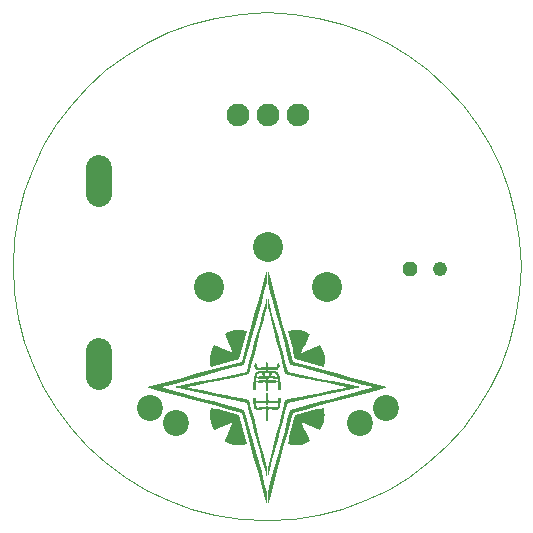
<source format=gts>
G04 EAGLE Gerber RS-274X export*
G75*
%MOMM*%
%FSLAX34Y34*%
%LPD*%
%INSolder Mask top*%
%IPPOS*%
%AMOC8*
5,1,8,0,0,1.08239X$1,22.5*%
G01*
%ADD10C,0.001000*%
%ADD11C,2.540000*%
%ADD12C,2.200000*%
%ADD13C,2.200000*%
%ADD14C,1.930400*%
%ADD15P,1.319650X8X202.500000*%
%ADD16C,1.219200*%

G36*
X240712Y38055D02*
X240712Y38055D01*
X240714Y38057D01*
X240714Y49293D01*
X240713Y49294D01*
X240714Y49294D01*
X238518Y57239D01*
X236086Y66039D01*
X233654Y74839D01*
X231222Y83639D01*
X228790Y92438D01*
X226358Y101238D01*
X223926Y110038D01*
X221494Y118838D01*
X221492Y118840D01*
X221491Y118841D01*
X212651Y121230D01*
X203811Y123619D01*
X194971Y126007D01*
X186131Y128396D01*
X177291Y130785D01*
X168451Y133174D01*
X159610Y135563D01*
X150785Y137947D01*
X159610Y140360D01*
X168451Y142777D01*
X177291Y145194D01*
X186131Y147611D01*
X194971Y150028D01*
X203811Y152446D01*
X212651Y154863D01*
X221491Y157280D01*
X221493Y157282D01*
X221494Y157282D01*
X223926Y166039D01*
X226358Y174795D01*
X228790Y183551D01*
X231222Y192307D01*
X236086Y209819D01*
X238518Y218575D01*
X240714Y226480D01*
X240713Y226480D01*
X240714Y226481D01*
X240714Y237718D01*
X240712Y237720D01*
X240711Y237722D01*
X240711Y237721D01*
X240710Y237722D01*
X240708Y237720D01*
X240706Y237719D01*
X238216Y228724D01*
X235490Y218875D01*
X232764Y209026D01*
X230038Y199177D01*
X227312Y189328D01*
X224586Y179479D01*
X221860Y169630D01*
X219135Y159783D01*
X209171Y157054D01*
X199204Y154325D01*
X189238Y151596D01*
X179272Y148867D01*
X169305Y146138D01*
X159339Y143409D01*
X149372Y140680D01*
X139406Y137951D01*
X139405Y137950D01*
X139403Y137949D01*
X139404Y137948D01*
X139403Y137947D01*
X139405Y137945D01*
X139406Y137943D01*
X149372Y135254D01*
X159339Y132565D01*
X169305Y129876D01*
X179271Y127187D01*
X189238Y124497D01*
X199204Y121808D01*
X209170Y119119D01*
X219134Y116431D01*
X221860Y106528D01*
X224586Y96624D01*
X227312Y86719D01*
X230038Y76815D01*
X232764Y66910D01*
X235490Y57006D01*
X238216Y47101D01*
X240706Y38055D01*
X240708Y38054D01*
X240709Y38052D01*
X240710Y38053D01*
X240710Y38052D01*
X240712Y38055D01*
G37*
G36*
X241191Y38081D02*
X241191Y38081D01*
X241194Y38082D01*
X243676Y47101D01*
X246402Y57006D01*
X249128Y66910D01*
X251854Y76815D01*
X254581Y86719D01*
X257307Y96624D01*
X260033Y106528D01*
X262758Y116431D01*
X272722Y119119D01*
X282688Y121808D01*
X292655Y124497D01*
X302621Y127187D01*
X312587Y129876D01*
X322554Y132565D01*
X332520Y135254D01*
X342486Y137943D01*
X342487Y137945D01*
X342489Y137945D01*
X342489Y137947D01*
X342489Y137948D01*
X342487Y137949D01*
X342486Y137951D01*
X332520Y140680D01*
X322554Y143409D01*
X312587Y146138D01*
X302621Y148867D01*
X292654Y151596D01*
X282688Y154325D01*
X272721Y157054D01*
X262757Y159783D01*
X260032Y169630D01*
X257306Y179479D01*
X254580Y189328D01*
X251854Y199177D01*
X249128Y209026D01*
X246402Y218875D01*
X243676Y228724D01*
X241194Y237692D01*
X241192Y237693D01*
X241190Y237695D01*
X241189Y237695D01*
X241188Y237693D01*
X241186Y237691D01*
X241186Y226454D01*
X241186Y226453D01*
X243374Y218575D01*
X245806Y209819D01*
X248238Y201063D01*
X250670Y192307D01*
X253102Y183551D01*
X255534Y174795D01*
X257966Y166039D01*
X260398Y157282D01*
X260400Y157281D01*
X260401Y157280D01*
X269241Y154863D01*
X278081Y152446D01*
X286921Y150028D01*
X295761Y147611D01*
X304601Y145194D01*
X313442Y142777D01*
X322282Y140360D01*
X331107Y137947D01*
X322282Y135563D01*
X313442Y133174D01*
X304602Y130785D01*
X295761Y128396D01*
X286921Y126007D01*
X278081Y123619D01*
X269241Y121230D01*
X260401Y118841D01*
X260400Y118839D01*
X260398Y118838D01*
X257966Y110038D01*
X255534Y101238D01*
X253102Y92438D01*
X250670Y83639D01*
X248238Y74839D01*
X245806Y66039D01*
X243374Y57239D01*
X241186Y49321D01*
X241186Y49320D01*
X241186Y38084D01*
X241187Y38082D01*
X241188Y38080D01*
X241189Y38080D01*
X241189Y38079D01*
X241191Y38081D01*
G37*
G36*
X240712Y61605D02*
X240712Y61605D01*
X240714Y61606D01*
X240714Y69636D01*
X240713Y69636D01*
X240714Y69637D01*
X239028Y76057D01*
X237106Y83378D01*
X235184Y90699D01*
X233262Y98020D01*
X231340Y105341D01*
X229418Y112662D01*
X227496Y119982D01*
X225574Y127303D01*
X225572Y127305D01*
X225571Y127306D01*
X218901Y128637D01*
X212232Y129968D01*
X205562Y131298D01*
X198893Y132629D01*
X192223Y133959D01*
X185553Y135290D01*
X178884Y136621D01*
X172235Y137947D01*
X178884Y139317D01*
X185553Y140690D01*
X192223Y142064D01*
X198893Y143437D01*
X205562Y144811D01*
X212232Y146185D01*
X218901Y147558D01*
X225571Y148932D01*
X225573Y148934D01*
X225574Y148935D01*
X227496Y156197D01*
X229418Y163460D01*
X231340Y170722D01*
X233262Y177984D01*
X235184Y185247D01*
X237106Y192509D01*
X239028Y199772D01*
X240714Y206141D01*
X240713Y206142D01*
X240714Y206142D01*
X240714Y214172D01*
X240712Y214174D01*
X240711Y214176D01*
X240710Y214176D01*
X240708Y214174D01*
X240706Y214173D01*
X238776Y207069D01*
X236610Y199094D01*
X234444Y191120D01*
X232278Y183145D01*
X230112Y175171D01*
X227946Y167196D01*
X225780Y159222D01*
X223615Y151250D01*
X215874Y149588D01*
X208130Y147925D01*
X200386Y146263D01*
X192643Y144601D01*
X184899Y142938D01*
X177155Y141276D01*
X169411Y139614D01*
X161667Y137951D01*
X161666Y137950D01*
X161664Y137948D01*
X161665Y137948D01*
X161664Y137947D01*
X161666Y137945D01*
X161667Y137943D01*
X169411Y136335D01*
X177155Y134728D01*
X184899Y133120D01*
X192643Y131512D01*
X200386Y129905D01*
X208130Y128297D01*
X215874Y126689D01*
X223615Y125082D01*
X225780Y117040D01*
X227946Y108996D01*
X230112Y100951D01*
X232278Y92906D01*
X234444Y84862D01*
X236610Y76817D01*
X238776Y68772D01*
X240706Y61605D01*
X240708Y61604D01*
X240709Y61602D01*
X240710Y61603D01*
X240710Y61602D01*
X240712Y61605D01*
G37*
G36*
X241192Y61632D02*
X241192Y61632D01*
X241194Y61633D01*
X243116Y68772D01*
X245282Y76817D01*
X247448Y84862D01*
X249614Y92906D01*
X251780Y100951D01*
X253946Y108996D01*
X256112Y117040D01*
X258277Y125082D01*
X266018Y126689D01*
X273762Y128297D01*
X281506Y129905D01*
X289250Y131512D01*
X296993Y133120D01*
X304737Y134728D01*
X312481Y136335D01*
X320225Y137943D01*
X320226Y137945D01*
X320228Y137946D01*
X320228Y137947D01*
X320226Y137949D01*
X320225Y137951D01*
X312481Y139614D01*
X304737Y141276D01*
X296993Y142938D01*
X289250Y144601D01*
X281506Y146263D01*
X273762Y147925D01*
X266018Y149588D01*
X258277Y151250D01*
X256112Y159222D01*
X253946Y167196D01*
X251780Y175171D01*
X249614Y183145D01*
X247448Y191120D01*
X245282Y199094D01*
X243116Y207069D01*
X241194Y214146D01*
X241192Y214147D01*
X241190Y214149D01*
X241190Y214148D01*
X241189Y214149D01*
X241188Y214146D01*
X241186Y214145D01*
X241186Y206114D01*
X241186Y206113D01*
X242864Y199772D01*
X244786Y192509D01*
X246708Y185247D01*
X248630Y177984D01*
X250552Y170722D01*
X252474Y163460D01*
X254396Y156197D01*
X256318Y148935D01*
X256321Y148933D01*
X256321Y148932D01*
X262991Y147558D01*
X269661Y146185D01*
X276330Y144811D01*
X283000Y143437D01*
X289669Y142064D01*
X296339Y140690D01*
X303008Y139317D01*
X309657Y137947D01*
X303008Y136621D01*
X296339Y135290D01*
X289669Y133959D01*
X283000Y132629D01*
X276330Y131298D01*
X269661Y129968D01*
X262991Y128637D01*
X256321Y127306D01*
X256320Y127304D01*
X256318Y127303D01*
X254396Y119982D01*
X252474Y112662D01*
X250552Y105341D01*
X248630Y98020D01*
X246708Y90699D01*
X244786Y83378D01*
X242864Y76057D01*
X241186Y69665D01*
X241186Y69664D01*
X241186Y61634D01*
X241187Y61632D01*
X241188Y61630D01*
X241189Y61630D01*
X241192Y61632D01*
G37*
G36*
X265927Y89115D02*
X265927Y89115D01*
X269153Y89468D01*
X269154Y89468D01*
X271869Y90148D01*
X274040Y90980D01*
X274040Y90981D01*
X275633Y91791D01*
X276613Y92405D01*
X276947Y92649D01*
X276948Y92653D01*
X276949Y92654D01*
X276045Y94695D01*
X275141Y96737D01*
X274237Y98778D01*
X273333Y100819D01*
X272430Y102861D01*
X271526Y104902D01*
X270622Y106943D01*
X269722Y108975D01*
X271718Y108075D01*
X273725Y107171D01*
X275731Y106268D01*
X277737Y105364D01*
X279743Y104460D01*
X281749Y103556D01*
X283755Y102652D01*
X285761Y101748D01*
X285767Y101750D01*
X287606Y105355D01*
X288725Y108823D01*
X288726Y108826D01*
X288726Y108830D01*
X288727Y108834D01*
X288728Y108838D01*
X288729Y108843D01*
X288729Y108847D01*
X288741Y108919D01*
X288742Y108919D01*
X288742Y108923D01*
X288743Y108928D01*
X288744Y108932D01*
X288744Y108936D01*
X288745Y108940D01*
X288746Y108945D01*
X288747Y108949D01*
X288747Y108953D01*
X288748Y108957D01*
X288749Y108962D01*
X288749Y108966D01*
X288750Y108970D01*
X288751Y108974D01*
X288752Y108979D01*
X288752Y108983D01*
X288765Y109059D01*
X288766Y109064D01*
X288767Y109068D01*
X288767Y109072D01*
X288768Y109076D01*
X288769Y109081D01*
X288769Y109085D01*
X288770Y109085D01*
X288769Y109085D01*
X288770Y109089D01*
X288771Y109093D01*
X288772Y109098D01*
X288772Y109102D01*
X288773Y109106D01*
X288774Y109110D01*
X288775Y109115D01*
X288775Y109119D01*
X288776Y109123D01*
X288789Y109200D01*
X288790Y109204D01*
X288790Y109208D01*
X288791Y109212D01*
X288792Y109217D01*
X288792Y109221D01*
X288793Y109225D01*
X288794Y109229D01*
X288795Y109234D01*
X288795Y109238D01*
X288796Y109242D01*
X288797Y109246D01*
X288797Y109251D01*
X288798Y109251D01*
X288797Y109251D01*
X288798Y109255D01*
X288799Y109259D01*
X288800Y109263D01*
X288812Y109336D01*
X288813Y109340D01*
X288813Y109344D01*
X288814Y109348D01*
X288815Y109353D01*
X288815Y109357D01*
X288816Y109361D01*
X288817Y109365D01*
X288818Y109370D01*
X288818Y109374D01*
X288819Y109378D01*
X288820Y109382D01*
X288820Y109387D01*
X288821Y109391D01*
X288822Y109395D01*
X288823Y109399D01*
X288836Y109476D01*
X288836Y109480D01*
X288837Y109484D01*
X288838Y109489D01*
X288838Y109493D01*
X288839Y109497D01*
X288840Y109501D01*
X288841Y109506D01*
X288841Y109510D01*
X288842Y109514D01*
X288843Y109518D01*
X288843Y109523D01*
X288844Y109527D01*
X288845Y109531D01*
X288846Y109535D01*
X288846Y109540D01*
X288859Y109616D01*
X288860Y109620D01*
X288861Y109625D01*
X288861Y109629D01*
X288862Y109633D01*
X288863Y109637D01*
X288864Y109642D01*
X288864Y109646D01*
X288865Y109650D01*
X288866Y109654D01*
X288866Y109659D01*
X288867Y109663D01*
X288868Y109667D01*
X288869Y109671D01*
X288869Y109676D01*
X288870Y109680D01*
X288882Y109752D01*
X288883Y109756D01*
X288884Y109761D01*
X288884Y109765D01*
X288885Y109769D01*
X288886Y109773D01*
X288886Y109778D01*
X288887Y109778D01*
X288886Y109778D01*
X288887Y109782D01*
X288888Y109786D01*
X288889Y109790D01*
X288889Y109795D01*
X288890Y109799D01*
X288891Y109803D01*
X288892Y109807D01*
X288892Y109812D01*
X288893Y109816D01*
X288906Y109892D01*
X288907Y109897D01*
X288907Y109901D01*
X288908Y109905D01*
X288909Y109909D01*
X288909Y109914D01*
X288910Y109918D01*
X288911Y109922D01*
X288912Y109926D01*
X288912Y109931D01*
X288913Y109935D01*
X288914Y109939D01*
X288914Y109943D01*
X288915Y109943D01*
X288914Y109943D01*
X288915Y109948D01*
X288916Y109952D01*
X288917Y109956D01*
X288930Y110033D01*
X288930Y110037D01*
X288931Y110041D01*
X288932Y110045D01*
X288932Y110050D01*
X288933Y110054D01*
X288934Y110058D01*
X288935Y110062D01*
X288935Y110067D01*
X288936Y110071D01*
X288937Y110075D01*
X288937Y110079D01*
X288938Y110084D01*
X288939Y110088D01*
X288940Y110092D01*
X288940Y110096D01*
X288953Y110169D01*
X288953Y110173D01*
X288954Y110177D01*
X288955Y110181D01*
X288955Y110186D01*
X288956Y110190D01*
X288957Y110194D01*
X288958Y110198D01*
X288958Y110203D01*
X288959Y110207D01*
X288960Y110211D01*
X288960Y110215D01*
X288961Y110220D01*
X288962Y110224D01*
X288963Y110228D01*
X288963Y110232D01*
X288976Y110309D01*
X288977Y110313D01*
X288978Y110317D01*
X288978Y110322D01*
X288979Y110326D01*
X288980Y110330D01*
X288981Y110334D01*
X288981Y110339D01*
X288982Y110343D01*
X288983Y110347D01*
X288983Y110351D01*
X288984Y110356D01*
X288985Y110360D01*
X288986Y110364D01*
X288986Y110368D01*
X288987Y110373D01*
X289000Y110449D01*
X289001Y110453D01*
X289001Y110458D01*
X289002Y110462D01*
X289003Y110466D01*
X289003Y110470D01*
X289004Y110470D01*
X289003Y110470D01*
X289004Y110475D01*
X289005Y110479D01*
X289006Y110483D01*
X289006Y110487D01*
X289007Y110492D01*
X289008Y110496D01*
X289009Y110500D01*
X289009Y110504D01*
X289010Y110509D01*
X289011Y110513D01*
X289023Y110585D01*
X289024Y110589D01*
X289024Y110594D01*
X289025Y110598D01*
X289026Y110602D01*
X289026Y110606D01*
X289027Y110611D01*
X289028Y110615D01*
X289029Y110619D01*
X289029Y110623D01*
X289030Y110628D01*
X289031Y110632D01*
X289031Y110636D01*
X289032Y110636D01*
X289031Y110636D01*
X289032Y110640D01*
X289033Y110645D01*
X289034Y110649D01*
X289047Y110725D01*
X289047Y110730D01*
X289048Y110734D01*
X289049Y110738D01*
X289049Y110742D01*
X289050Y110747D01*
X289051Y110751D01*
X289052Y110755D01*
X289052Y110759D01*
X289053Y110764D01*
X289054Y110768D01*
X289054Y110772D01*
X289055Y110776D01*
X289056Y110781D01*
X289057Y110785D01*
X289057Y110789D01*
X289070Y110866D01*
X289071Y110870D01*
X289072Y110874D01*
X289072Y110878D01*
X289073Y110883D01*
X289074Y110887D01*
X289075Y110891D01*
X289075Y110895D01*
X289076Y110900D01*
X289077Y110904D01*
X289077Y110908D01*
X289078Y110912D01*
X289079Y110917D01*
X289080Y110921D01*
X289080Y110925D01*
X289081Y110929D01*
X289093Y111002D01*
X289094Y111006D01*
X289095Y111010D01*
X289095Y111014D01*
X289096Y111019D01*
X289097Y111023D01*
X289098Y111027D01*
X289098Y111031D01*
X289099Y111036D01*
X289100Y111040D01*
X289100Y111044D01*
X289101Y111048D01*
X289102Y111053D01*
X289103Y111057D01*
X289103Y111061D01*
X289104Y111065D01*
X289117Y111142D01*
X289118Y111146D01*
X289118Y111150D01*
X289119Y111155D01*
X289120Y111159D01*
X289120Y111163D01*
X289121Y111163D01*
X289120Y111163D01*
X289121Y111167D01*
X289122Y111172D01*
X289123Y111176D01*
X289123Y111180D01*
X289124Y111184D01*
X289125Y111189D01*
X289126Y111193D01*
X289126Y111197D01*
X289127Y111201D01*
X289128Y111206D01*
X289141Y111282D01*
X289141Y111286D01*
X289142Y111291D01*
X289143Y111295D01*
X289143Y111299D01*
X289144Y111303D01*
X289145Y111308D01*
X289146Y111312D01*
X289146Y111316D01*
X289147Y111320D01*
X289148Y111325D01*
X289148Y111329D01*
X289149Y111329D01*
X289148Y111329D01*
X289149Y111333D01*
X289150Y111337D01*
X289151Y111342D01*
X289164Y111418D01*
X289164Y111422D01*
X289165Y111427D01*
X289166Y111431D01*
X289166Y111435D01*
X289167Y111439D01*
X289168Y111444D01*
X289169Y111448D01*
X289169Y111452D01*
X289170Y111456D01*
X289171Y111461D01*
X289171Y111465D01*
X289172Y111469D01*
X289173Y111473D01*
X289174Y111478D01*
X289174Y111482D01*
X289187Y111558D01*
X289188Y111563D01*
X289189Y111567D01*
X289189Y111571D01*
X289190Y111575D01*
X289191Y111580D01*
X289192Y111584D01*
X289192Y111588D01*
X289193Y111592D01*
X289194Y111597D01*
X289194Y111601D01*
X289195Y111605D01*
X289196Y111609D01*
X289197Y111614D01*
X289197Y111618D01*
X289198Y111622D01*
X289211Y111699D01*
X289212Y111703D01*
X289212Y111707D01*
X289213Y111711D01*
X289214Y111716D01*
X289215Y111720D01*
X289215Y111724D01*
X289216Y111728D01*
X289217Y111733D01*
X289217Y111737D01*
X289218Y111741D01*
X289219Y111745D01*
X289220Y111750D01*
X289220Y111754D01*
X289221Y111758D01*
X289234Y111835D01*
X289235Y111839D01*
X289235Y111843D01*
X289236Y111847D01*
X289237Y111852D01*
X289237Y111856D01*
X289238Y111856D01*
X289237Y111856D01*
X289238Y111860D01*
X289239Y111864D01*
X289240Y111869D01*
X289240Y111873D01*
X289241Y111877D01*
X289242Y111881D01*
X289243Y111886D01*
X289243Y111890D01*
X289244Y111894D01*
X289245Y111898D01*
X289258Y111975D01*
X289258Y111979D01*
X289259Y111983D01*
X289260Y111988D01*
X289260Y111992D01*
X289261Y111996D01*
X289262Y112000D01*
X289263Y112005D01*
X289263Y112009D01*
X289264Y112013D01*
X289265Y112017D01*
X289265Y112022D01*
X289266Y112022D01*
X289265Y112022D01*
X289266Y112026D01*
X289267Y112030D01*
X289268Y112034D01*
X289268Y112039D01*
X289270Y112048D01*
X289387Y114924D01*
X289223Y117345D01*
X289223Y117346D01*
X288924Y119206D01*
X288924Y119207D01*
X288637Y120401D01*
X288509Y120822D01*
X288504Y120825D01*
X285538Y120025D01*
X282571Y119224D01*
X279605Y118423D01*
X276638Y117623D01*
X273672Y116822D01*
X270705Y116021D01*
X267739Y115221D01*
X264772Y114420D01*
X264771Y114418D01*
X264769Y114417D01*
X263932Y111376D01*
X263095Y108335D01*
X262258Y105295D01*
X261421Y102254D01*
X260585Y99213D01*
X259748Y96173D01*
X258911Y93132D01*
X258074Y90091D01*
X258076Y90086D01*
X258077Y90086D01*
X262223Y89263D01*
X262224Y89263D01*
X262224Y89262D01*
X265927Y89115D01*
X265927Y89115D01*
G37*
G36*
X219669Y89263D02*
X219669Y89263D01*
X223815Y90086D01*
X223819Y90090D01*
X223818Y90091D01*
X223819Y90091D01*
X222982Y93132D01*
X222145Y96173D01*
X221308Y99213D01*
X220471Y102254D01*
X219634Y105295D01*
X218797Y108336D01*
X217960Y111376D01*
X217123Y114417D01*
X217121Y114419D01*
X217120Y114420D01*
X214154Y115221D01*
X211187Y116021D01*
X208221Y116822D01*
X205254Y117623D01*
X202288Y118423D01*
X199321Y119224D01*
X196355Y120025D01*
X193388Y120825D01*
X193383Y120823D01*
X193383Y120822D01*
X193255Y120401D01*
X192968Y119207D01*
X192670Y117346D01*
X192505Y114924D01*
X192506Y114924D01*
X192505Y114924D01*
X192622Y112048D01*
X192623Y112048D01*
X192622Y112048D01*
X193167Y108823D01*
X194286Y105355D01*
X196126Y101750D01*
X196131Y101748D01*
X196131Y101749D01*
X196131Y101748D01*
X198137Y102652D01*
X200143Y103556D01*
X202149Y104460D01*
X204156Y105364D01*
X206162Y106268D01*
X208168Y107172D01*
X210174Y108075D01*
X212170Y108975D01*
X211271Y106944D01*
X210367Y104902D01*
X209463Y102861D01*
X208559Y100820D01*
X207655Y98778D01*
X206751Y96737D01*
X205847Y94695D01*
X204944Y92654D01*
X204945Y92650D01*
X204945Y92649D01*
X205279Y92405D01*
X205279Y92406D01*
X205279Y92405D01*
X206260Y91791D01*
X207852Y90981D01*
X210023Y90148D01*
X210024Y90148D01*
X212739Y89468D01*
X215965Y89115D01*
X215966Y89115D01*
X219669Y89263D01*
G37*
G36*
X193034Y155199D02*
X193034Y155199D01*
X193035Y155198D01*
X196045Y156023D01*
X199056Y156847D01*
X202067Y157672D01*
X205078Y158496D01*
X208089Y159320D01*
X211099Y160145D01*
X214110Y160969D01*
X217121Y161794D01*
X217123Y161796D01*
X217124Y161797D01*
X217948Y164774D01*
X218772Y167752D01*
X219597Y170730D01*
X220421Y173708D01*
X221245Y176685D01*
X222069Y179663D01*
X222893Y182641D01*
X223717Y185619D01*
X223717Y185620D01*
X223715Y185624D01*
X223714Y185624D01*
X219572Y186450D01*
X219572Y186449D01*
X219572Y186450D01*
X215880Y186604D01*
X212670Y186260D01*
X212669Y186260D01*
X209973Y185591D01*
X209972Y185591D01*
X207820Y184769D01*
X206244Y183968D01*
X206244Y183967D01*
X206244Y183968D01*
X205275Y183360D01*
X204945Y183119D01*
X204944Y183115D01*
X204944Y183114D01*
X205847Y181072D01*
X206751Y179031D01*
X207655Y176990D01*
X208559Y174948D01*
X209463Y172907D01*
X210367Y170866D01*
X211271Y168824D01*
X212170Y166793D01*
X210174Y167692D01*
X208168Y168596D01*
X206162Y169500D01*
X204156Y170404D01*
X202149Y171308D01*
X200143Y172212D01*
X198137Y173115D01*
X196131Y174019D01*
X196126Y174018D01*
X196126Y174017D01*
X194271Y170424D01*
X193112Y166985D01*
X192511Y163801D01*
X192510Y163801D01*
X192511Y163801D01*
X192510Y163801D01*
X192496Y163580D01*
X192474Y163231D01*
X192462Y163048D01*
X192440Y162700D01*
X192417Y162351D01*
X192395Y162003D01*
X192383Y161820D01*
X192361Y161472D01*
X192338Y161123D01*
X192329Y160972D01*
X192329Y160971D01*
X192428Y158597D01*
X192670Y156777D01*
X192916Y155612D01*
X192917Y155612D01*
X192916Y155612D01*
X193029Y155201D01*
X193034Y155198D01*
X193034Y155199D01*
G37*
G36*
X288863Y155201D02*
X288863Y155201D01*
X288976Y155612D01*
X289223Y156777D01*
X289222Y156777D01*
X289223Y156777D01*
X289465Y158597D01*
X289464Y158597D01*
X289465Y158597D01*
X289564Y160971D01*
X289564Y160972D01*
X289382Y163801D01*
X288781Y166985D01*
X288780Y166985D01*
X287622Y170424D01*
X287621Y170424D01*
X285767Y174018D01*
X285762Y174020D01*
X285761Y174019D01*
X283755Y173116D01*
X281749Y172212D01*
X279743Y171308D01*
X277737Y170404D01*
X275731Y169500D01*
X273725Y168596D01*
X271718Y167692D01*
X269722Y166793D01*
X270622Y168824D01*
X271526Y170866D01*
X272430Y172907D01*
X273333Y174948D01*
X274237Y176990D01*
X275141Y179031D01*
X276045Y181072D01*
X276949Y183114D01*
X276948Y183118D01*
X276947Y183119D01*
X276618Y183360D01*
X276617Y183360D01*
X275649Y183968D01*
X275648Y183968D01*
X274072Y184769D01*
X271920Y185591D01*
X271919Y185591D01*
X269223Y186260D01*
X269222Y186260D01*
X266013Y186604D01*
X266012Y186604D01*
X262321Y186450D01*
X262320Y186450D01*
X258179Y185624D01*
X258178Y185624D01*
X258176Y185622D01*
X258175Y185620D01*
X258175Y185619D01*
X258999Y182641D01*
X259823Y179663D01*
X260648Y176686D01*
X261472Y173708D01*
X262296Y170730D01*
X263120Y167752D01*
X263944Y164775D01*
X264768Y161797D01*
X264771Y161795D01*
X264771Y161794D01*
X267782Y160969D01*
X270793Y160145D01*
X273804Y159321D01*
X276815Y158496D01*
X279825Y157672D01*
X282836Y156847D01*
X285847Y156023D01*
X288858Y155198D01*
X288863Y155201D01*
G37*
G36*
X240444Y135068D02*
X240444Y135068D01*
X240443Y135068D01*
X240444Y135069D01*
X240444Y147496D01*
X240440Y147501D01*
X240440Y147500D01*
X240439Y147501D01*
X240395Y147500D01*
X240253Y147500D01*
X240183Y147501D01*
X240112Y147501D01*
X239760Y147506D01*
X239495Y147522D01*
X239303Y147562D01*
X239170Y147638D01*
X239082Y147761D01*
X239025Y147947D01*
X238986Y148206D01*
X238951Y148551D01*
X238904Y149087D01*
X238890Y149490D01*
X238926Y149777D01*
X239029Y149967D01*
X239217Y150079D01*
X239507Y150131D01*
X239919Y150141D01*
X240439Y150127D01*
X240444Y150131D01*
X240443Y150131D01*
X240444Y150131D01*
X240444Y159105D01*
X240440Y159109D01*
X240439Y159109D01*
X240422Y159109D01*
X240422Y159108D01*
X240421Y159109D01*
X240239Y159066D01*
X240238Y159065D01*
X240238Y159066D01*
X240079Y158986D01*
X240079Y158985D01*
X240078Y158985D01*
X239941Y158868D01*
X239941Y158867D01*
X239940Y158867D01*
X239825Y158711D01*
X239825Y158710D01*
X239824Y158710D01*
X239729Y158515D01*
X239652Y158280D01*
X239652Y158279D01*
X239593Y158004D01*
X239548Y157685D01*
X239517Y157366D01*
X239498Y157047D01*
X239499Y157047D01*
X239498Y157047D01*
X239490Y156727D01*
X239489Y156408D01*
X239492Y156088D01*
X239498Y155768D01*
X239504Y155449D01*
X239504Y155341D01*
X239496Y155244D01*
X239479Y155159D01*
X239447Y155087D01*
X239398Y155030D01*
X239328Y154986D01*
X239232Y154959D01*
X239107Y154949D01*
X238398Y154939D01*
X238397Y154939D01*
X237688Y154916D01*
X236980Y154884D01*
X236272Y154846D01*
X235563Y154803D01*
X234855Y154759D01*
X234147Y154717D01*
X233439Y154678D01*
X233218Y154687D01*
X233008Y154736D01*
X232813Y154821D01*
X232638Y154939D01*
X232487Y155086D01*
X232363Y155258D01*
X232272Y155454D01*
X232216Y155669D01*
X232180Y155904D01*
X232149Y156141D01*
X232122Y156379D01*
X232097Y156617D01*
X232072Y156855D01*
X232045Y157092D01*
X232014Y157329D01*
X231978Y157565D01*
X231953Y157706D01*
X231953Y157707D01*
X231920Y157848D01*
X231875Y157984D01*
X231815Y158109D01*
X231815Y158110D01*
X231736Y158218D01*
X231735Y158218D01*
X231735Y158219D01*
X231632Y158306D01*
X231631Y158306D01*
X231501Y158366D01*
X231500Y158366D01*
X231339Y158394D01*
X231339Y158393D01*
X231338Y158394D01*
X231151Y158391D01*
X231150Y158391D01*
X230971Y158363D01*
X230804Y158311D01*
X230803Y158310D01*
X230803Y158311D01*
X230650Y158233D01*
X230649Y158233D01*
X230513Y158131D01*
X230512Y158130D01*
X230394Y158003D01*
X230394Y158002D01*
X230298Y157851D01*
X230298Y157850D01*
X230225Y157673D01*
X230226Y157673D01*
X230225Y157673D01*
X230115Y157256D01*
X230047Y156841D01*
X230047Y156840D01*
X230046Y156840D01*
X230020Y156428D01*
X230021Y156428D01*
X230020Y156428D01*
X230038Y156020D01*
X230038Y156019D01*
X230099Y155616D01*
X230099Y155615D01*
X230205Y155218D01*
X230206Y155218D01*
X230206Y155217D01*
X230358Y154827D01*
X230358Y154826D01*
X230556Y154443D01*
X230916Y153927D01*
X230916Y153926D01*
X231324Y153513D01*
X231325Y153513D01*
X231325Y153512D01*
X231777Y153194D01*
X232269Y152964D01*
X232270Y152964D01*
X232797Y152815D01*
X232798Y152815D01*
X233357Y152739D01*
X233358Y152739D01*
X233944Y152730D01*
X233945Y152730D01*
X234555Y152779D01*
X235098Y152840D01*
X235642Y152892D01*
X236187Y152935D01*
X236732Y152970D01*
X237278Y152997D01*
X237825Y153016D01*
X238371Y153029D01*
X238918Y153034D01*
X239054Y153035D01*
X239179Y153032D01*
X239289Y153020D01*
X239381Y152991D01*
X239452Y152942D01*
X239501Y152864D01*
X239524Y152753D01*
X239519Y152601D01*
X239511Y152473D01*
X239509Y152345D01*
X239502Y152222D01*
X239481Y152110D01*
X239434Y152015D01*
X239351Y151941D01*
X239222Y151893D01*
X239034Y151877D01*
X238421Y151874D01*
X237809Y151852D01*
X237197Y151815D01*
X236586Y151770D01*
X235976Y151721D01*
X235365Y151672D01*
X234755Y151630D01*
X234144Y151597D01*
X233678Y151552D01*
X233677Y151552D01*
X233247Y151458D01*
X233246Y151457D01*
X233246Y151458D01*
X232846Y151318D01*
X232473Y151136D01*
X232124Y150915D01*
X232123Y150915D01*
X231793Y150658D01*
X231478Y150369D01*
X231174Y150051D01*
X230937Y149764D01*
X230730Y149463D01*
X230550Y149150D01*
X230550Y149149D01*
X230549Y149149D01*
X230393Y148825D01*
X230257Y148492D01*
X230257Y148491D01*
X230256Y148491D01*
X230138Y148150D01*
X230138Y148149D01*
X230035Y147801D01*
X229943Y147447D01*
X229943Y147446D01*
X229656Y146110D01*
X229438Y144768D01*
X229438Y144767D01*
X229437Y144767D01*
X229280Y143421D01*
X229175Y142070D01*
X229114Y140715D01*
X229087Y139358D01*
X229087Y137999D01*
X229105Y136639D01*
X229105Y136638D01*
X229108Y136617D01*
X229111Y136592D01*
X229115Y136566D01*
X229118Y136540D01*
X229122Y136513D01*
X229125Y136487D01*
X229128Y136463D01*
X229129Y136463D01*
X229128Y136463D01*
X229132Y136441D01*
X229162Y136210D01*
X229162Y136209D01*
X229220Y136009D01*
X229220Y136008D01*
X229306Y135839D01*
X229307Y135839D01*
X229307Y135838D01*
X229422Y135702D01*
X229422Y135701D01*
X229567Y135596D01*
X229568Y135596D01*
X229742Y135523D01*
X229743Y135524D01*
X229743Y135523D01*
X229948Y135484D01*
X229949Y135484D01*
X230186Y135478D01*
X230414Y135504D01*
X230414Y135505D01*
X230415Y135504D01*
X230611Y135562D01*
X230612Y135562D01*
X230780Y135649D01*
X230780Y135650D01*
X230781Y135650D01*
X230921Y135766D01*
X230921Y135767D01*
X230922Y135767D01*
X231036Y135911D01*
X231036Y135912D01*
X231126Y136084D01*
X231126Y136085D01*
X231127Y136085D01*
X231194Y136283D01*
X231193Y136284D01*
X231194Y136284D01*
X231239Y136507D01*
X231239Y136508D01*
X231278Y136799D01*
X231278Y136800D01*
X231308Y137091D01*
X231331Y137384D01*
X231349Y137676D01*
X231362Y137969D01*
X231374Y138261D01*
X231384Y138554D01*
X231394Y138847D01*
X231434Y139965D01*
X231474Y141083D01*
X231524Y142199D01*
X231591Y143314D01*
X231682Y144427D01*
X231682Y144428D01*
X231807Y145537D01*
X231808Y145545D01*
X231817Y145600D01*
X231825Y145655D01*
X231851Y145829D01*
X231860Y145885D01*
X231868Y145940D01*
X231886Y146059D01*
X231894Y146114D01*
X231902Y146169D01*
X231929Y146344D01*
X231937Y146399D01*
X231945Y146454D01*
X231963Y146573D01*
X231972Y146628D01*
X231974Y146644D01*
X232190Y147746D01*
X232267Y148061D01*
X232363Y148362D01*
X232481Y148642D01*
X232629Y148897D01*
X232812Y149122D01*
X233036Y149312D01*
X233307Y149462D01*
X233631Y149567D01*
X233934Y149633D01*
X234238Y149692D01*
X234544Y149747D01*
X234850Y149798D01*
X235157Y149846D01*
X235464Y149894D01*
X235771Y149942D01*
X236077Y149993D01*
X236191Y150008D01*
X236294Y150011D01*
X236386Y149999D01*
X236465Y149969D01*
X236531Y149918D01*
X236584Y149843D01*
X236622Y149741D01*
X236646Y149607D01*
X236670Y149412D01*
X236697Y149217D01*
X236728Y149022D01*
X236762Y148828D01*
X236801Y148635D01*
X236843Y148442D01*
X236888Y148250D01*
X236889Y148250D01*
X236888Y148250D01*
X236938Y148060D01*
X236974Y147888D01*
X236983Y147747D01*
X236963Y147634D01*
X236914Y147546D01*
X236835Y147480D01*
X236726Y147433D01*
X236585Y147402D01*
X236412Y147384D01*
X236005Y147357D01*
X235625Y147325D01*
X235265Y147291D01*
X234914Y147253D01*
X234563Y147212D01*
X234204Y147168D01*
X233825Y147121D01*
X233420Y147072D01*
X233419Y147072D01*
X233214Y147035D01*
X233213Y147035D01*
X233025Y146974D01*
X233024Y146974D01*
X232856Y146889D01*
X232856Y146888D01*
X232712Y146777D01*
X232597Y146638D01*
X232596Y146638D01*
X232512Y146471D01*
X232513Y146470D01*
X232512Y146470D01*
X232464Y146274D01*
X232455Y146047D01*
X232456Y146047D01*
X232455Y146047D01*
X232489Y145830D01*
X232489Y145829D01*
X232561Y145664D01*
X232562Y145664D01*
X232562Y145663D01*
X232667Y145542D01*
X232668Y145542D01*
X232800Y145457D01*
X232801Y145457D01*
X232954Y145402D01*
X232955Y145402D01*
X232955Y145401D01*
X233125Y145368D01*
X233304Y145348D01*
X233305Y145348D01*
X233489Y145334D01*
X234192Y145302D01*
X234866Y145299D01*
X235521Y145318D01*
X236166Y145350D01*
X236811Y145388D01*
X237465Y145425D01*
X238138Y145451D01*
X238839Y145460D01*
X238948Y145460D01*
X239064Y145457D01*
X239179Y145446D01*
X239287Y145419D01*
X239382Y145373D01*
X239457Y145300D01*
X239507Y145194D01*
X239524Y145050D01*
X239529Y144808D01*
X239536Y144596D01*
X239531Y144417D01*
X239501Y144271D01*
X239433Y144159D01*
X239313Y144081D01*
X239129Y144037D01*
X238864Y144031D01*
X238121Y143988D01*
X237406Y143956D01*
X236710Y143929D01*
X236025Y143905D01*
X235345Y143879D01*
X234661Y143847D01*
X233967Y143805D01*
X233254Y143749D01*
X233253Y143748D01*
X233253Y143749D01*
X233020Y143708D01*
X233020Y143707D01*
X232805Y143630D01*
X232613Y143523D01*
X232613Y143522D01*
X232612Y143522D01*
X232450Y143390D01*
X232449Y143390D01*
X232320Y143238D01*
X232320Y143237D01*
X232230Y143071D01*
X232230Y143070D01*
X232185Y142895D01*
X232185Y142894D01*
X232184Y142894D01*
X232189Y142716D01*
X232190Y142716D01*
X232190Y142715D01*
X232245Y142517D01*
X232246Y142517D01*
X232246Y142516D01*
X232332Y142360D01*
X232332Y142359D01*
X232445Y142238D01*
X232446Y142238D01*
X232581Y142148D01*
X232582Y142148D01*
X232736Y142085D01*
X232905Y142044D01*
X232906Y142044D01*
X233085Y142019D01*
X233086Y142020D01*
X233086Y142019D01*
X233272Y142007D01*
X233273Y142007D01*
X233984Y141985D01*
X234681Y141978D01*
X235368Y141985D01*
X236050Y142005D01*
X236732Y142035D01*
X237418Y142075D01*
X238113Y142121D01*
X238821Y142173D01*
X239016Y142182D01*
X239179Y142173D01*
X239313Y142142D01*
X239418Y142085D01*
X239497Y141995D01*
X239550Y141868D01*
X239578Y141699D01*
X239584Y141481D01*
X239571Y140816D01*
X239562Y140149D01*
X239557Y139483D01*
X239558Y138816D01*
X239565Y138149D01*
X239580Y137483D01*
X239603Y136816D01*
X239635Y136149D01*
X239636Y136149D01*
X239635Y136149D01*
X239664Y135917D01*
X239664Y135916D01*
X239722Y135704D01*
X239723Y135703D01*
X239808Y135513D01*
X239918Y135351D01*
X239919Y135351D01*
X239919Y135350D01*
X240052Y135220D01*
X240053Y135219D01*
X240206Y135124D01*
X240207Y135124D01*
X240380Y135068D01*
X240381Y135069D01*
X240381Y135068D01*
X240439Y135065D01*
X240444Y135068D01*
G37*
G36*
X240946Y135099D02*
X240946Y135099D01*
X240947Y135098D01*
X241112Y135141D01*
X241113Y135141D01*
X241254Y135201D01*
X241255Y135201D01*
X241375Y135278D01*
X241376Y135279D01*
X241376Y135278D01*
X241478Y135372D01*
X241478Y135373D01*
X241563Y135484D01*
X241634Y135612D01*
X241633Y135613D01*
X241634Y135613D01*
X241691Y135758D01*
X241691Y135759D01*
X241738Y135921D01*
X241771Y136068D01*
X241801Y136215D01*
X241826Y136362D01*
X241846Y136510D01*
X241862Y136659D01*
X241873Y136808D01*
X241879Y136958D01*
X241881Y137109D01*
X241879Y137663D01*
X241879Y138216D01*
X241880Y138770D01*
X241881Y139323D01*
X241881Y139877D01*
X241878Y140430D01*
X241873Y140983D01*
X241864Y141536D01*
X241873Y141650D01*
X241903Y141754D01*
X241953Y141847D01*
X242020Y141927D01*
X242102Y141993D01*
X242196Y142041D01*
X242301Y142069D01*
X242415Y142076D01*
X242889Y142063D01*
X243363Y142056D01*
X243838Y142052D01*
X244313Y142052D01*
X244788Y142052D01*
X245262Y142051D01*
X245736Y142047D01*
X246211Y142038D01*
X246477Y142032D01*
X246743Y142028D01*
X247010Y142025D01*
X247276Y142025D01*
X247543Y142027D01*
X247809Y142031D01*
X248076Y142037D01*
X248342Y142046D01*
X248513Y142056D01*
X248680Y142078D01*
X248681Y142078D01*
X248839Y142118D01*
X248839Y142119D01*
X248839Y142118D01*
X248982Y142183D01*
X248983Y142183D01*
X249105Y142278D01*
X249105Y142279D01*
X249106Y142279D01*
X249202Y142410D01*
X249202Y142411D01*
X249266Y142586D01*
X249266Y142587D01*
X249293Y142811D01*
X249292Y142811D01*
X249293Y142811D01*
X249292Y142812D01*
X249293Y142812D01*
X249278Y143039D01*
X249277Y143039D01*
X249278Y143040D01*
X249226Y143227D01*
X249225Y143227D01*
X249225Y143228D01*
X249140Y143380D01*
X249026Y143501D01*
X249025Y143501D01*
X248886Y143594D01*
X248885Y143594D01*
X248885Y143595D01*
X248725Y143665D01*
X248548Y143716D01*
X248547Y143716D01*
X248358Y143753D01*
X248139Y143786D01*
X247919Y143816D01*
X247699Y143844D01*
X247478Y143870D01*
X247257Y143892D01*
X247036Y143912D01*
X246815Y143930D01*
X246594Y143944D01*
X246070Y143977D01*
X245547Y144007D01*
X245024Y144035D01*
X244500Y144057D01*
X243977Y144073D01*
X243453Y144079D01*
X242929Y144075D01*
X242405Y144058D01*
X242183Y144062D01*
X242035Y144118D01*
X241946Y144217D01*
X241899Y144348D01*
X241882Y144503D01*
X241882Y144670D01*
X241883Y144840D01*
X241873Y145001D01*
X241885Y145148D01*
X241907Y145264D01*
X241941Y145353D01*
X241990Y145416D01*
X242055Y145459D01*
X242140Y145485D01*
X242248Y145496D01*
X242380Y145497D01*
X242792Y145489D01*
X243263Y145484D01*
X243758Y145481D01*
X243879Y145481D01*
X244242Y145480D01*
X244680Y145480D01*
X245037Y145481D01*
X245278Y145482D01*
X245368Y145482D01*
X245775Y145461D01*
X246134Y145438D01*
X246458Y145416D01*
X246760Y145394D01*
X247054Y145374D01*
X247352Y145357D01*
X247667Y145342D01*
X248013Y145332D01*
X248014Y145333D01*
X248014Y145332D01*
X248188Y145343D01*
X248189Y145343D01*
X248342Y145379D01*
X248342Y145380D01*
X248475Y145440D01*
X248475Y145441D01*
X248475Y145440D01*
X248589Y145522D01*
X248589Y145523D01*
X248589Y145522D01*
X248686Y145622D01*
X248686Y145623D01*
X248766Y145739D01*
X248832Y145867D01*
X248832Y145868D01*
X248884Y146007D01*
X248920Y146172D01*
X248920Y146173D01*
X248921Y146325D01*
X248920Y146326D01*
X248889Y146467D01*
X248888Y146468D01*
X248889Y146468D01*
X248828Y146597D01*
X248828Y146598D01*
X248742Y146714D01*
X248741Y146714D01*
X248632Y146816D01*
X248632Y146817D01*
X248504Y146905D01*
X248360Y146978D01*
X248359Y146978D01*
X248359Y146979D01*
X248262Y147017D01*
X248161Y147049D01*
X248058Y147075D01*
X247953Y147096D01*
X247953Y147097D01*
X247847Y147114D01*
X247740Y147128D01*
X247633Y147139D01*
X247527Y147149D01*
X247155Y147180D01*
X246811Y147211D01*
X246486Y147241D01*
X246170Y147270D01*
X245853Y147297D01*
X245528Y147322D01*
X245183Y147345D01*
X244810Y147366D01*
X244659Y147379D01*
X244532Y147405D01*
X244434Y147450D01*
X244364Y147516D01*
X244323Y147608D01*
X244313Y147733D01*
X244336Y147894D01*
X244391Y148096D01*
X244440Y148256D01*
X244483Y148418D01*
X244483Y148419D01*
X244519Y148582D01*
X244550Y148747D01*
X244575Y148913D01*
X244596Y149079D01*
X244612Y149246D01*
X244624Y149414D01*
X244641Y149576D01*
X244671Y149713D01*
X244716Y149823D01*
X244777Y149908D01*
X244856Y149969D01*
X244954Y150005D01*
X245074Y150018D01*
X245217Y150008D01*
X245455Y149980D01*
X245694Y149958D01*
X245934Y149939D01*
X246173Y149920D01*
X246412Y149899D01*
X246649Y149872D01*
X246884Y149837D01*
X247117Y149790D01*
X247402Y149719D01*
X247685Y149636D01*
X247959Y149534D01*
X248217Y149407D01*
X248453Y149249D01*
X248661Y149054D01*
X248835Y148816D01*
X248968Y148528D01*
X249079Y148191D01*
X249176Y147851D01*
X249262Y147508D01*
X249338Y147162D01*
X249406Y146814D01*
X249467Y146465D01*
X249522Y146114D01*
X249574Y145763D01*
X249704Y144757D01*
X249805Y143749D01*
X249884Y142739D01*
X249945Y141728D01*
X249993Y140717D01*
X250033Y139705D01*
X250070Y138692D01*
X250108Y137680D01*
X250115Y137477D01*
X250123Y137274D01*
X250134Y137071D01*
X250152Y136868D01*
X250181Y136667D01*
X250181Y136666D01*
X250224Y136467D01*
X250224Y136466D01*
X250285Y136270D01*
X250367Y136076D01*
X250513Y135841D01*
X250688Y135664D01*
X250689Y135664D01*
X250689Y135663D01*
X250885Y135545D01*
X250886Y135546D01*
X250886Y135545D01*
X251099Y135486D01*
X251100Y135486D01*
X251322Y135487D01*
X251322Y135488D01*
X251323Y135487D01*
X251546Y135550D01*
X251547Y135550D01*
X251766Y135674D01*
X251767Y135675D01*
X251975Y135861D01*
X251975Y135862D01*
X252099Y136018D01*
X252194Y136182D01*
X252264Y136352D01*
X252264Y136353D01*
X252313Y136528D01*
X252313Y136529D01*
X252345Y136708D01*
X252364Y136891D01*
X252374Y137076D01*
X252380Y137262D01*
X252390Y138080D01*
X252383Y138898D01*
X252360Y139714D01*
X252322Y140530D01*
X252269Y141345D01*
X252202Y142160D01*
X252122Y142974D01*
X252029Y143787D01*
X251950Y144386D01*
X251860Y144982D01*
X251758Y145576D01*
X251644Y146167D01*
X251518Y146756D01*
X251380Y147342D01*
X251380Y147343D01*
X251230Y147927D01*
X251067Y148509D01*
X250849Y149101D01*
X250555Y149648D01*
X250191Y150142D01*
X250191Y150143D01*
X249763Y150577D01*
X249763Y150578D01*
X249278Y150947D01*
X249277Y150947D01*
X248741Y151243D01*
X248160Y151459D01*
X248159Y151459D01*
X247540Y151588D01*
X247539Y151588D01*
X246904Y151665D01*
X246267Y151731D01*
X246203Y151737D01*
X245758Y151775D01*
X245630Y151786D01*
X244992Y151829D01*
X244353Y151860D01*
X243714Y151880D01*
X243074Y151887D01*
X242434Y151881D01*
X242229Y151894D01*
X242078Y151939D01*
X241972Y152011D01*
X241901Y152107D01*
X241858Y152223D01*
X241835Y152356D01*
X241822Y152500D01*
X241813Y152653D01*
X241817Y152834D01*
X241858Y152952D01*
X241925Y153019D01*
X242014Y153048D01*
X242117Y153051D01*
X242227Y153037D01*
X242337Y153020D01*
X242438Y153010D01*
X243139Y152993D01*
X243840Y152974D01*
X244541Y152953D01*
X245242Y152932D01*
X245942Y152910D01*
X246643Y152890D01*
X247344Y152871D01*
X248045Y152854D01*
X248046Y152854D01*
X248968Y152978D01*
X248969Y152978D01*
X248970Y152978D01*
X249756Y153359D01*
X249756Y153360D01*
X249757Y153359D01*
X250397Y153943D01*
X250397Y153944D01*
X250398Y153944D01*
X250881Y154677D01*
X250881Y154678D01*
X251197Y155507D01*
X251197Y155508D01*
X251336Y156379D01*
X251335Y156379D01*
X251336Y156380D01*
X251286Y157239D01*
X251286Y157240D01*
X251039Y158034D01*
X251039Y158035D01*
X250963Y158169D01*
X250963Y158170D01*
X250873Y158282D01*
X250872Y158282D01*
X250770Y158373D01*
X250656Y158443D01*
X250655Y158443D01*
X250530Y158494D01*
X250395Y158527D01*
X250252Y158543D01*
X250251Y158543D01*
X250100Y158543D01*
X249957Y158523D01*
X249957Y158522D01*
X249956Y158523D01*
X249838Y158478D01*
X249837Y158478D01*
X249741Y158413D01*
X249741Y158412D01*
X249740Y158412D01*
X249662Y158329D01*
X249661Y158329D01*
X249597Y158232D01*
X249597Y158231D01*
X249545Y158123D01*
X249545Y158122D01*
X249544Y158122D01*
X249500Y158006D01*
X249501Y158005D01*
X249500Y158005D01*
X249461Y157884D01*
X249404Y157667D01*
X249362Y157449D01*
X249333Y157229D01*
X249313Y157008D01*
X249298Y156787D01*
X249287Y156565D01*
X249274Y156344D01*
X249258Y156123D01*
X249191Y155718D01*
X249071Y155410D01*
X248892Y155185D01*
X248651Y155030D01*
X248342Y154930D01*
X247961Y154873D01*
X247504Y154845D01*
X246967Y154833D01*
X246286Y154828D01*
X245711Y154831D01*
X245209Y154842D01*
X244751Y154857D01*
X244305Y154875D01*
X243840Y154893D01*
X243324Y154910D01*
X242728Y154924D01*
X242472Y154932D01*
X242264Y154949D01*
X242101Y154981D01*
X241977Y155034D01*
X241889Y155113D01*
X241834Y155224D01*
X241807Y155374D01*
X241804Y155568D01*
X241813Y155861D01*
X241817Y156154D01*
X241816Y156447D01*
X241811Y156740D01*
X241811Y156741D01*
X241802Y157034D01*
X241791Y157327D01*
X241777Y157620D01*
X241761Y157913D01*
X241736Y158143D01*
X241736Y158144D01*
X241688Y158347D01*
X241688Y158348D01*
X241618Y158525D01*
X241618Y158526D01*
X241526Y158678D01*
X241525Y158678D01*
X241525Y158679D01*
X241412Y158806D01*
X241412Y158807D01*
X241278Y158911D01*
X241277Y158911D01*
X241123Y158993D01*
X241122Y158993D01*
X240947Y159052D01*
X240945Y159051D01*
X240942Y159050D01*
X240943Y159049D01*
X240942Y159048D01*
X240942Y150109D01*
X240946Y150105D01*
X240966Y150104D01*
X240986Y150103D01*
X241005Y150102D01*
X241025Y150101D01*
X241045Y150100D01*
X241065Y150099D01*
X241085Y150099D01*
X241105Y150098D01*
X241589Y150081D01*
X241952Y150052D01*
X242206Y149991D01*
X242369Y149885D01*
X242457Y149714D01*
X242485Y149460D01*
X242468Y149106D01*
X242422Y148636D01*
X242379Y148254D01*
X242328Y147962D01*
X242253Y147750D01*
X242139Y147606D01*
X241968Y147519D01*
X241723Y147477D01*
X241388Y147470D01*
X240946Y147488D01*
X240942Y147484D01*
X240942Y147483D01*
X240942Y135102D01*
X240943Y135101D01*
X240946Y135098D01*
X240946Y135099D01*
G37*
G36*
X240946Y109076D02*
X240946Y109076D01*
X240947Y109075D01*
X241145Y109117D01*
X241145Y109118D01*
X241146Y109117D01*
X241322Y109195D01*
X241323Y109196D01*
X241477Y109310D01*
X241477Y109311D01*
X241478Y109311D01*
X241607Y109462D01*
X241608Y109462D01*
X241712Y109650D01*
X241713Y109650D01*
X241791Y109874D01*
X241790Y109875D01*
X241791Y109875D01*
X241841Y110136D01*
X241862Y110435D01*
X241869Y110959D01*
X241874Y111483D01*
X241875Y112008D01*
X241875Y112532D01*
X241873Y113056D01*
X241871Y113581D01*
X241869Y114105D01*
X241868Y114625D01*
X241887Y114625D01*
X241891Y114629D01*
X241891Y114630D01*
X241892Y115154D01*
X241894Y115678D01*
X241896Y116203D01*
X241897Y116728D01*
X241897Y117252D01*
X241895Y117776D01*
X241889Y118301D01*
X241880Y118825D01*
X241881Y118976D01*
X241896Y119097D01*
X241926Y119190D01*
X241975Y119258D01*
X242045Y119305D01*
X242141Y119332D01*
X242266Y119343D01*
X242423Y119341D01*
X243203Y119300D01*
X243983Y119255D01*
X244763Y119210D01*
X245543Y119167D01*
X246323Y119130D01*
X247104Y119101D01*
X247886Y119083D01*
X248667Y119079D01*
X248668Y119079D01*
X249267Y119104D01*
X249843Y119188D01*
X249843Y119189D01*
X250379Y119358D01*
X250380Y119359D01*
X250863Y119638D01*
X250863Y119639D01*
X250864Y119639D01*
X251278Y120054D01*
X251278Y120055D01*
X251279Y120055D01*
X251610Y120631D01*
X251610Y120632D01*
X251843Y121394D01*
X251843Y121395D01*
X251963Y122368D01*
X251963Y122462D01*
X251964Y122549D01*
X251965Y122631D01*
X251967Y122709D01*
X251968Y122785D01*
X251970Y122858D01*
X251972Y122931D01*
X251974Y123005D01*
X251979Y123161D01*
X251984Y123312D01*
X251990Y123461D01*
X251996Y123609D01*
X252004Y123757D01*
X252013Y123906D01*
X252023Y124057D01*
X252035Y124211D01*
X252087Y124750D01*
X252156Y125287D01*
X252232Y125823D01*
X252306Y126360D01*
X252370Y126897D01*
X252415Y127436D01*
X252415Y127437D01*
X252432Y127978D01*
X252413Y128523D01*
X252379Y128762D01*
X252379Y128763D01*
X252317Y128958D01*
X252316Y128959D01*
X252225Y129113D01*
X252224Y129114D01*
X252103Y129230D01*
X252102Y129230D01*
X251951Y129309D01*
X251950Y129309D01*
X251769Y129353D01*
X251768Y129353D01*
X251556Y129365D01*
X251313Y129347D01*
X250924Y129278D01*
X250924Y129277D01*
X250923Y129278D01*
X250618Y129104D01*
X250618Y129103D01*
X250617Y129103D01*
X250387Y128848D01*
X250387Y128847D01*
X250386Y128847D01*
X250219Y128533D01*
X250220Y128533D01*
X250219Y128532D01*
X250107Y128182D01*
X250039Y127817D01*
X250005Y127462D01*
X249996Y127137D01*
X249989Y126895D01*
X249966Y126705D01*
X249921Y126564D01*
X249849Y126466D01*
X249747Y126404D01*
X249607Y126375D01*
X249425Y126372D01*
X249195Y126391D01*
X248835Y126431D01*
X248475Y126470D01*
X248115Y126507D01*
X247755Y126542D01*
X247394Y126575D01*
X247033Y126603D01*
X246672Y126627D01*
X246311Y126645D01*
X245832Y126664D01*
X245352Y126678D01*
X244873Y126689D01*
X244393Y126697D01*
X243913Y126702D01*
X243433Y126705D01*
X242954Y126707D01*
X242474Y126707D01*
X242321Y126714D01*
X242191Y126734D01*
X242083Y126770D01*
X241998Y126827D01*
X241934Y126905D01*
X241890Y127010D01*
X241866Y127144D01*
X241861Y127310D01*
X241871Y127745D01*
X241876Y128181D01*
X241878Y128616D01*
X241877Y129052D01*
X241875Y129487D01*
X241871Y129923D01*
X241868Y130359D01*
X241865Y130794D01*
X241864Y130989D01*
X241862Y131183D01*
X241856Y131377D01*
X241843Y131571D01*
X241824Y131764D01*
X241823Y131764D01*
X241824Y131764D01*
X241794Y131956D01*
X241752Y132147D01*
X241696Y132337D01*
X241635Y132486D01*
X241635Y132487D01*
X241562Y132609D01*
X241562Y132610D01*
X241479Y132708D01*
X241478Y132708D01*
X241386Y132785D01*
X241385Y132785D01*
X241285Y132843D01*
X241284Y132843D01*
X241177Y132884D01*
X241176Y132884D01*
X241064Y132911D01*
X241064Y132910D01*
X241063Y132911D01*
X240947Y132926D01*
X240942Y132923D01*
X240942Y132922D01*
X240942Y123005D01*
X240946Y123001D01*
X241873Y123001D01*
X241878Y123005D01*
X241877Y123005D01*
X241878Y123005D01*
X241877Y123187D01*
X241878Y123369D01*
X241878Y123551D01*
X241878Y123732D01*
X241878Y123914D01*
X241877Y124096D01*
X241876Y124277D01*
X241873Y124459D01*
X241877Y124568D01*
X241894Y124656D01*
X241925Y124724D01*
X241968Y124775D01*
X242026Y124811D01*
X242099Y124834D01*
X242187Y124845D01*
X242291Y124846D01*
X242557Y124841D01*
X242823Y124838D01*
X243090Y124836D01*
X243356Y124836D01*
X243622Y124837D01*
X243888Y124839D01*
X244154Y124840D01*
X244421Y124840D01*
X245048Y124839D01*
X245669Y124813D01*
X246285Y124771D01*
X246899Y124718D01*
X247513Y124663D01*
X248129Y124612D01*
X248749Y124573D01*
X249375Y124551D01*
X249502Y124542D01*
X249608Y124520D01*
X249693Y124484D01*
X249758Y124433D01*
X249805Y124365D01*
X249833Y124278D01*
X249844Y124172D01*
X249839Y124044D01*
X249826Y123915D01*
X249814Y123785D01*
X249803Y123655D01*
X249792Y123525D01*
X249782Y123396D01*
X249772Y123266D01*
X249763Y123136D01*
X249754Y123006D01*
X249746Y122879D01*
X249738Y122752D01*
X249729Y122625D01*
X249720Y122498D01*
X249710Y122372D01*
X249699Y122245D01*
X249686Y122119D01*
X249671Y121993D01*
X249619Y121701D01*
X249545Y121459D01*
X249443Y121264D01*
X249312Y121114D01*
X249146Y121004D01*
X248942Y120934D01*
X248697Y120899D01*
X248406Y120897D01*
X247644Y120932D01*
X246883Y120970D01*
X246121Y121010D01*
X245360Y121051D01*
X244598Y121094D01*
X243837Y121136D01*
X243075Y121177D01*
X242314Y121216D01*
X242214Y121225D01*
X242127Y121240D01*
X242053Y121266D01*
X241992Y121303D01*
X241944Y121355D01*
X241909Y121423D01*
X241889Y121510D01*
X241882Y121619D01*
X241884Y121792D01*
X241884Y121965D01*
X241883Y122139D01*
X241882Y122312D01*
X241881Y122485D01*
X241881Y122486D01*
X241878Y122526D01*
X241874Y122529D01*
X241873Y122529D01*
X240946Y122529D01*
X240942Y122526D01*
X240942Y122525D01*
X240942Y109079D01*
X240943Y109078D01*
X240946Y109075D01*
X240946Y109076D01*
G37*
G36*
X240440Y109119D02*
X240440Y109119D01*
X240443Y109120D01*
X240443Y109121D01*
X240444Y109122D01*
X240444Y122525D01*
X240440Y122529D01*
X240439Y122529D01*
X239597Y122529D01*
X239593Y122526D01*
X239593Y122525D01*
X239585Y122199D01*
X239565Y121831D01*
X239509Y121567D01*
X239400Y121389D01*
X239218Y121276D01*
X238946Y121211D01*
X238566Y121175D01*
X238061Y121149D01*
X237476Y121120D01*
X236891Y121087D01*
X236306Y121052D01*
X235721Y121016D01*
X235136Y120980D01*
X234552Y120945D01*
X233967Y120912D01*
X233382Y120882D01*
X233030Y120863D01*
X232722Y120889D01*
X232457Y120967D01*
X232235Y121104D01*
X232055Y121305D01*
X231919Y121579D01*
X231827Y121930D01*
X231778Y122365D01*
X231773Y122456D01*
X231769Y122533D01*
X231765Y122603D01*
X231762Y122669D01*
X231758Y122738D01*
X231754Y122813D01*
X231750Y122901D01*
X231745Y123006D01*
X231743Y123047D01*
X231741Y123091D01*
X231739Y123138D01*
X231736Y123189D01*
X231734Y123243D01*
X231731Y123301D01*
X231728Y123363D01*
X231725Y123430D01*
X231721Y123858D01*
X231743Y124159D01*
X231796Y124354D01*
X231881Y124466D01*
X232002Y124518D01*
X232164Y124532D01*
X232371Y124529D01*
X232624Y124531D01*
X233215Y124558D01*
X233789Y124593D01*
X234361Y124632D01*
X234945Y124673D01*
X235555Y124713D01*
X236206Y124750D01*
X236913Y124781D01*
X237688Y124804D01*
X237935Y124815D01*
X238153Y124830D01*
X238347Y124845D01*
X238524Y124853D01*
X238692Y124849D01*
X238855Y124828D01*
X239023Y124785D01*
X239200Y124715D01*
X239218Y124706D01*
X239235Y124697D01*
X239252Y124686D01*
X239269Y124675D01*
X239284Y124663D01*
X239299Y124651D01*
X239314Y124637D01*
X239327Y124623D01*
X239432Y124471D01*
X239507Y124297D01*
X239557Y124104D01*
X239588Y123896D01*
X239602Y123679D01*
X239604Y123455D01*
X239600Y123229D01*
X239593Y123006D01*
X239596Y123001D01*
X239597Y123002D01*
X239597Y123001D01*
X240439Y123001D01*
X240444Y123005D01*
X240443Y123005D01*
X240444Y123005D01*
X240444Y132913D01*
X240440Y132917D01*
X240439Y132917D01*
X240420Y132916D01*
X240345Y132908D01*
X240344Y132908D01*
X240186Y132878D01*
X240186Y132877D01*
X240185Y132878D01*
X240045Y132826D01*
X240044Y132826D01*
X239923Y132753D01*
X239821Y132658D01*
X239821Y132657D01*
X239739Y132539D01*
X239739Y132538D01*
X239738Y132538D01*
X239676Y132398D01*
X239677Y132397D01*
X239676Y132397D01*
X239635Y132232D01*
X239614Y132043D01*
X239615Y132043D01*
X239614Y132043D01*
X239590Y131474D01*
X239574Y130905D01*
X239564Y130336D01*
X239560Y129767D01*
X239561Y129199D01*
X239566Y128630D01*
X239575Y128062D01*
X239586Y127493D01*
X239580Y127287D01*
X239553Y127118D01*
X239503Y126980D01*
X239429Y126874D01*
X239327Y126796D01*
X239197Y126743D01*
X239036Y126713D01*
X238842Y126704D01*
X237998Y126703D01*
X237155Y126689D01*
X236312Y126664D01*
X235469Y126627D01*
X234628Y126578D01*
X233787Y126518D01*
X233786Y126518D01*
X232946Y126447D01*
X232106Y126365D01*
X231941Y126357D01*
X231808Y126373D01*
X231702Y126411D01*
X231620Y126472D01*
X231558Y126555D01*
X231513Y126661D01*
X231481Y126790D01*
X231458Y126940D01*
X231433Y127133D01*
X231403Y127326D01*
X231369Y127518D01*
X231329Y127710D01*
X231284Y127900D01*
X231284Y127901D01*
X231234Y128089D01*
X231178Y128276D01*
X231117Y128460D01*
X231116Y128460D01*
X231116Y128461D01*
X231018Y128670D01*
X231018Y128671D01*
X230883Y128856D01*
X230883Y128857D01*
X230718Y129015D01*
X230531Y129143D01*
X230531Y129144D01*
X230328Y129238D01*
X230327Y129239D01*
X230116Y129297D01*
X230116Y129298D01*
X229903Y129317D01*
X229902Y129317D01*
X229694Y129295D01*
X229694Y129294D01*
X229693Y129294D01*
X229478Y129224D01*
X229477Y129223D01*
X229477Y129224D01*
X229316Y129122D01*
X229316Y129121D01*
X229315Y129121D01*
X229200Y128993D01*
X229200Y128992D01*
X229124Y128843D01*
X229124Y128842D01*
X229078Y128675D01*
X229079Y128674D01*
X229078Y128674D01*
X229055Y128495D01*
X229055Y128494D01*
X229046Y128307D01*
X229044Y128115D01*
X229044Y127474D01*
X229060Y126834D01*
X229089Y126194D01*
X229128Y125555D01*
X229176Y124917D01*
X229230Y124279D01*
X229287Y123642D01*
X229346Y123005D01*
X229351Y122952D01*
X229356Y122900D01*
X229360Y122848D01*
X229365Y122795D01*
X229369Y122743D01*
X229374Y122690D01*
X229378Y122638D01*
X229383Y122585D01*
X229474Y121872D01*
X229632Y121196D01*
X229883Y120577D01*
X229884Y120577D01*
X229884Y120576D01*
X230255Y120033D01*
X230256Y120033D01*
X230774Y119585D01*
X230775Y119585D01*
X230775Y119584D01*
X231467Y119251D01*
X231468Y119252D01*
X231468Y119251D01*
X232360Y119052D01*
X232361Y119052D01*
X233480Y119006D01*
X233481Y119006D01*
X234135Y119065D01*
X234789Y119118D01*
X235445Y119165D01*
X236100Y119207D01*
X236756Y119245D01*
X237413Y119278D01*
X238070Y119309D01*
X238727Y119338D01*
X238980Y119341D01*
X239182Y119322D01*
X239337Y119278D01*
X239452Y119204D01*
X239532Y119094D01*
X239582Y118944D01*
X239608Y118749D01*
X239616Y118504D01*
X239610Y117491D01*
X239600Y116478D01*
X239590Y115465D01*
X239585Y114452D01*
X239587Y113439D01*
X239602Y112426D01*
X239633Y111414D01*
X239633Y111413D01*
X239684Y110401D01*
X239723Y110085D01*
X239796Y109810D01*
X239797Y109810D01*
X239797Y109809D01*
X239903Y109576D01*
X240039Y109385D01*
X240039Y109384D01*
X240203Y109236D01*
X240204Y109236D01*
X240204Y109235D01*
X240394Y109131D01*
X240395Y109131D01*
X240395Y109130D01*
X240438Y109118D01*
X240439Y109118D01*
X240440Y109119D01*
G37*
D10*
X455400Y240400D02*
X454290Y218418D01*
X451032Y197070D01*
X445734Y176466D01*
X438504Y156712D01*
X429451Y137918D01*
X418681Y120192D01*
X406305Y103640D01*
X392428Y88372D01*
X377160Y74496D01*
X360609Y62119D01*
X342882Y51349D01*
X324088Y42296D01*
X304334Y35066D01*
X283730Y29768D01*
X262383Y26510D01*
X240400Y25400D01*
X218418Y26510D01*
X197070Y29768D01*
X176466Y35066D01*
X156712Y42296D01*
X137918Y51349D01*
X120192Y62119D01*
X103640Y74496D01*
X88372Y88372D01*
X74496Y103640D01*
X62119Y120192D01*
X51349Y137918D01*
X42296Y156712D01*
X35066Y176466D01*
X29768Y197070D01*
X26510Y218418D01*
X25400Y240400D01*
X26510Y262383D01*
X29768Y283730D01*
X35066Y304334D01*
X42296Y324088D01*
X51349Y342882D01*
X62119Y360609D01*
X74496Y377160D01*
X88372Y392428D01*
X103640Y406305D01*
X120192Y418681D01*
X137918Y429451D01*
X156712Y438504D01*
X176466Y445734D01*
X197070Y451032D01*
X218418Y454290D01*
X240400Y455400D01*
X262383Y454290D01*
X283730Y451032D01*
X304334Y445734D01*
X324088Y438504D01*
X342882Y429451D01*
X360609Y418681D01*
X377160Y406305D01*
X392428Y392428D01*
X406305Y377160D01*
X418681Y360609D01*
X429451Y342882D01*
X438504Y324088D01*
X445734Y304334D01*
X451032Y283730D01*
X454290Y262383D01*
X455400Y240400D01*
D11*
X241300Y257125D03*
X291300Y223125D03*
X191300Y223125D03*
D12*
X341199Y120650D03*
X319202Y107950D03*
D13*
X98375Y146600D02*
X98375Y168600D01*
X98375Y301300D02*
X98375Y323300D01*
D12*
X141402Y120650D03*
X163399Y107950D03*
D14*
X241300Y368300D03*
X215900Y368300D03*
X266700Y368300D03*
D15*
X361950Y238175D03*
D16*
X387350Y238175D03*
M02*

</source>
